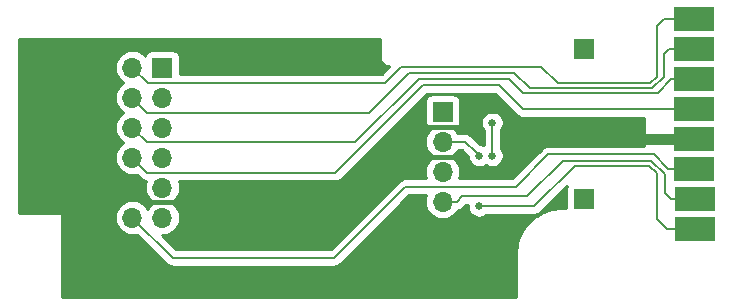
<source format=gbl>
G04 #@! TF.GenerationSoftware,KiCad,Pcbnew,(5.1.4)-1*
G04 #@! TF.CreationDate,2020-08-19T00:59:48+01:00*
G04 #@! TF.ProjectId,buffer,62756666-6572-42e6-9b69-6361645f7063,rev?*
G04 #@! TF.SameCoordinates,Original*
G04 #@! TF.FileFunction,Copper,L2,Bot*
G04 #@! TF.FilePolarity,Positive*
%FSLAX46Y46*%
G04 Gerber Fmt 4.6, Leading zero omitted, Abs format (unit mm)*
G04 Created by KiCad (PCBNEW (5.1.4)-1) date 2020-08-19 00:59:48*
%MOMM*%
%LPD*%
G04 APERTURE LIST*
%ADD10O,1.700000X1.700000*%
%ADD11R,1.700000X1.700000*%
%ADD12R,3.500000X2.000000*%
%ADD13C,0.762000*%
%ADD14C,0.660400*%
%ADD15C,0.381000*%
%ADD16C,0.635000*%
%ADD17C,0.889000*%
%ADD18C,0.203200*%
%ADD19C,0.254000*%
G04 APERTURE END LIST*
D10*
X64077400Y-45730160D03*
X64077400Y-43190160D03*
X64077400Y-40650160D03*
D11*
X64077400Y-38110160D03*
X76033180Y-45504100D03*
X40353800Y-34376360D03*
D10*
X37813800Y-34376360D03*
X40353800Y-36916360D03*
X37813800Y-36916360D03*
X40353800Y-39456360D03*
X37813800Y-39456360D03*
X40353800Y-41996360D03*
X37813800Y-41996360D03*
X40353800Y-44536360D03*
X37813800Y-44536360D03*
X40353800Y-47076360D03*
X37813800Y-47076360D03*
D11*
X76040800Y-32801560D03*
D12*
X85400200Y-42959160D03*
X85400200Y-40419160D03*
X85400200Y-37879160D03*
X85400200Y-35339160D03*
X85400200Y-32779160D03*
X85400200Y-30239160D03*
X85410200Y-45509160D03*
X85410200Y-48049160D03*
D13*
X47016220Y-49232820D03*
X44463520Y-49230280D03*
X45738600Y-49230280D03*
X68395400Y-47711360D03*
X68395398Y-43215561D03*
D14*
X67176200Y-46111160D03*
X67201600Y-41843956D03*
X68293798Y-41818560D03*
X68293800Y-39024554D03*
D15*
X37813800Y-44536360D02*
X39057501Y-45780061D01*
X47016220Y-45890180D02*
X47126339Y-45780061D01*
X47016220Y-49232820D02*
X47016220Y-45890180D01*
X39057501Y-45780061D02*
X44466959Y-45780061D01*
X44466959Y-45780061D02*
X44466959Y-49226841D01*
X44466959Y-49226841D02*
X44463520Y-49230280D01*
X44466959Y-45780061D02*
X45737701Y-45780061D01*
X45737701Y-45780061D02*
X47126339Y-45780061D01*
X45737701Y-45780061D02*
X45737701Y-49229381D01*
X45737701Y-49229381D02*
X45738600Y-49230280D01*
X47016220Y-45890180D02*
X54849580Y-45890180D01*
D16*
X77742600Y-39557960D02*
X69436800Y-39557960D01*
X78603800Y-40419160D02*
X77742600Y-39557960D01*
D15*
X54849580Y-45890180D02*
X58895800Y-41843960D01*
D17*
X85400200Y-40419160D02*
X78603800Y-40419160D01*
D15*
X58895800Y-41843960D02*
X58997400Y-41945560D01*
X58997400Y-41945560D02*
X65347400Y-41945560D01*
X69436800Y-42174159D02*
X68725597Y-42885362D01*
X68725597Y-42885362D02*
X68395398Y-43215561D01*
X69436800Y-39557960D02*
X69436800Y-42174159D01*
X67928425Y-43215561D02*
X68395398Y-43215561D01*
X66617401Y-43215561D02*
X67928425Y-43215561D01*
X65347400Y-41945560D02*
X66617401Y-43215561D01*
X61333301Y-39406459D02*
X65727501Y-39406459D01*
X58895800Y-41843960D02*
X61333301Y-39406459D01*
X65727501Y-39406459D02*
X67100000Y-38033960D01*
X67100000Y-38033960D02*
X68903400Y-38033960D01*
X68903400Y-38033960D02*
X69436800Y-38567360D01*
X69436800Y-38567360D02*
X69436800Y-39557960D01*
X37813800Y-44536360D02*
X35350000Y-47000160D01*
X68065201Y-48041559D02*
X68395400Y-47711360D01*
X64128200Y-51978560D02*
X68065201Y-48041559D01*
X38067800Y-51978560D02*
X64128200Y-51978560D01*
X35350000Y-49260760D02*
X38067800Y-51978560D01*
X35350000Y-47000160D02*
X35350000Y-49260760D01*
D18*
X82845000Y-30239160D02*
X85400200Y-30239160D01*
X81679600Y-35697160D02*
X82213000Y-35163760D01*
X39109200Y-35671760D02*
X59226000Y-35671760D01*
X37813800Y-34376360D02*
X39109200Y-35671760D01*
X82213000Y-35163760D02*
X82213000Y-30871160D01*
X59226000Y-35671760D02*
X60597600Y-34300160D01*
X60597600Y-34300160D02*
X72434000Y-34300160D01*
X82213000Y-30871160D02*
X82845000Y-30239160D01*
X72434000Y-34300160D02*
X73831000Y-35697160D01*
X73831000Y-35697160D02*
X81679600Y-35697160D01*
X83226000Y-32779160D02*
X85400200Y-32779160D01*
X81847940Y-36103571D02*
X82822600Y-35128911D01*
X73662660Y-36103571D02*
X81847940Y-36103571D01*
X82822600Y-33182560D02*
X83226000Y-32779160D01*
X39083800Y-38186360D02*
X57829000Y-38186360D01*
X82822600Y-35128911D02*
X82822600Y-33182560D01*
X37813800Y-36916360D02*
X39083800Y-38186360D01*
X57829000Y-38186360D02*
X61207200Y-34808160D01*
X61207200Y-34808160D02*
X70162360Y-34808160D01*
X70162360Y-34808160D02*
X71457770Y-36103570D01*
X71457770Y-36103570D02*
X73662660Y-36103571D01*
X83447000Y-35339160D02*
X85400200Y-35339160D01*
X82276181Y-36509979D02*
X83447000Y-35339160D01*
X39058400Y-40700960D02*
X56686000Y-40700960D01*
X37813800Y-39456360D02*
X39058400Y-40700960D01*
X56686000Y-40700960D02*
X62070800Y-35316160D01*
X62070800Y-35316160D02*
X69716200Y-35316160D01*
X69716200Y-35316160D02*
X70910019Y-36509979D01*
X70910019Y-36509979D02*
X82276181Y-36509979D01*
X70856800Y-37879160D02*
X85400200Y-37879160D01*
X68827200Y-35849560D02*
X70856800Y-37879160D01*
X62426400Y-35849560D02*
X68827200Y-35849560D01*
X55009600Y-43266360D02*
X62426400Y-35849560D01*
X37813800Y-41996360D02*
X39083800Y-43266360D01*
X39083800Y-43266360D02*
X55009600Y-43266360D01*
X83447000Y-42959160D02*
X85400200Y-42959160D01*
X83201200Y-42959160D02*
X83447000Y-42959160D01*
X81959000Y-41716960D02*
X83201200Y-42959160D01*
X41217400Y-50479960D02*
X54908000Y-50479960D01*
X37813800Y-47076360D02*
X41217400Y-50479960D01*
X54908000Y-50479960D02*
X60927800Y-44460160D01*
X60927800Y-44460160D02*
X70300400Y-44460160D01*
X70300400Y-44460160D02*
X73043600Y-41716960D01*
X73043600Y-41716960D02*
X81959000Y-41716960D01*
X64077400Y-45730160D02*
X65279481Y-45730160D01*
X65279481Y-45730160D02*
X65762066Y-45247575D01*
X71265585Y-45247575D02*
X74237411Y-42275749D01*
X65762066Y-45247575D02*
X71265585Y-45247575D01*
X74237411Y-42275749D02*
X81746340Y-42275749D01*
X81746340Y-42275749D02*
X82873400Y-43402809D01*
X82873400Y-43402809D02*
X82873400Y-44993560D01*
X82873400Y-44993560D02*
X83389000Y-45509160D01*
X83389000Y-45509160D02*
X85410200Y-45509160D01*
X66871401Y-41513757D02*
X67201600Y-41843956D01*
X64077400Y-40650160D02*
X66007804Y-40650160D01*
X66007804Y-40650160D02*
X66871401Y-41513757D01*
X67643173Y-46111160D02*
X67176200Y-46111160D01*
X71824400Y-46111160D02*
X67643173Y-46111160D01*
X83084200Y-48049160D02*
X82212990Y-47177950D01*
X85410200Y-48049160D02*
X83084200Y-48049160D01*
X82212990Y-47177950D02*
X82212990Y-43317150D01*
X82212990Y-43317150D02*
X81578000Y-42682160D01*
X81578000Y-42682160D02*
X75253400Y-42682160D01*
X75253400Y-42682160D02*
X71824400Y-46111160D01*
X68293800Y-39024554D02*
X68293800Y-41818558D01*
X68293800Y-41818558D02*
X68293798Y-41818560D01*
D19*
G36*
X58795001Y-32793303D02*
G01*
X58795000Y-32793313D01*
X58795000Y-33555313D01*
X58791686Y-33588960D01*
X58804912Y-33723243D01*
X58844081Y-33852366D01*
X58907688Y-33971367D01*
X58993289Y-34075671D01*
X59090878Y-34155761D01*
X59097593Y-34161272D01*
X59216594Y-34224879D01*
X59345717Y-34264048D01*
X59480000Y-34277274D01*
X59513647Y-34273960D01*
X59582091Y-34273960D01*
X58920891Y-34935160D01*
X41841872Y-34935160D01*
X41841872Y-33526360D01*
X41829612Y-33401878D01*
X41793302Y-33282180D01*
X41734337Y-33171866D01*
X41654985Y-33075175D01*
X41558294Y-32995823D01*
X41447980Y-32936858D01*
X41328282Y-32900548D01*
X41203800Y-32888288D01*
X39503800Y-32888288D01*
X39379318Y-32900548D01*
X39259620Y-32936858D01*
X39149306Y-32995823D01*
X39052615Y-33075175D01*
X38973263Y-33171866D01*
X38914298Y-33282180D01*
X38893407Y-33351047D01*
X38868934Y-33321226D01*
X38642814Y-33135654D01*
X38384834Y-32997761D01*
X38104911Y-32912847D01*
X37886750Y-32891360D01*
X37740850Y-32891360D01*
X37522689Y-32912847D01*
X37242766Y-32997761D01*
X36984786Y-33135654D01*
X36758666Y-33321226D01*
X36573094Y-33547346D01*
X36435201Y-33805326D01*
X36350287Y-34085249D01*
X36321615Y-34376360D01*
X36350287Y-34667471D01*
X36435201Y-34947394D01*
X36573094Y-35205374D01*
X36758666Y-35431494D01*
X36984786Y-35617066D01*
X37039591Y-35646360D01*
X36984786Y-35675654D01*
X36758666Y-35861226D01*
X36573094Y-36087346D01*
X36435201Y-36345326D01*
X36350287Y-36625249D01*
X36321615Y-36916360D01*
X36350287Y-37207471D01*
X36435201Y-37487394D01*
X36573094Y-37745374D01*
X36758666Y-37971494D01*
X36984786Y-38157066D01*
X37039591Y-38186360D01*
X36984786Y-38215654D01*
X36758666Y-38401226D01*
X36573094Y-38627346D01*
X36435201Y-38885326D01*
X36350287Y-39165249D01*
X36321615Y-39456360D01*
X36350287Y-39747471D01*
X36435201Y-40027394D01*
X36573094Y-40285374D01*
X36758666Y-40511494D01*
X36984786Y-40697066D01*
X37039591Y-40726360D01*
X36984786Y-40755654D01*
X36758666Y-40941226D01*
X36573094Y-41167346D01*
X36435201Y-41425326D01*
X36350287Y-41705249D01*
X36321615Y-41996360D01*
X36350287Y-42287471D01*
X36435201Y-42567394D01*
X36573094Y-42825374D01*
X36758666Y-43051494D01*
X36984786Y-43237066D01*
X37242766Y-43374959D01*
X37522689Y-43459873D01*
X37740850Y-43481360D01*
X37886750Y-43481360D01*
X38104911Y-43459873D01*
X38205185Y-43429455D01*
X38537359Y-43761629D01*
X38560425Y-43789735D01*
X38672587Y-43881784D01*
X38800551Y-43950182D01*
X38939401Y-43992302D01*
X38966217Y-43994943D01*
X38890287Y-44245249D01*
X38861615Y-44536360D01*
X38890287Y-44827471D01*
X38975201Y-45107394D01*
X39113094Y-45365374D01*
X39298666Y-45591494D01*
X39524786Y-45777066D01*
X39579591Y-45806360D01*
X39524786Y-45835654D01*
X39298666Y-46021226D01*
X39113094Y-46247346D01*
X39083800Y-46302151D01*
X39054506Y-46247346D01*
X38868934Y-46021226D01*
X38642814Y-45835654D01*
X38384834Y-45697761D01*
X38104911Y-45612847D01*
X37886750Y-45591360D01*
X37740850Y-45591360D01*
X37522689Y-45612847D01*
X37242766Y-45697761D01*
X36984786Y-45835654D01*
X36758666Y-46021226D01*
X36573094Y-46247346D01*
X36435201Y-46505326D01*
X36350287Y-46785249D01*
X36321615Y-47076360D01*
X36350287Y-47367471D01*
X36435201Y-47647394D01*
X36573094Y-47905374D01*
X36758666Y-48131494D01*
X36984786Y-48317066D01*
X37242766Y-48454959D01*
X37522689Y-48539873D01*
X37740850Y-48561360D01*
X37886750Y-48561360D01*
X38104911Y-48539873D01*
X38205186Y-48509455D01*
X40670959Y-50975229D01*
X40694025Y-51003335D01*
X40806187Y-51095384D01*
X40934151Y-51163782D01*
X41073001Y-51205902D01*
X41181214Y-51216560D01*
X41181223Y-51216560D01*
X41217399Y-51220123D01*
X41253575Y-51216560D01*
X54871817Y-51216560D01*
X54908000Y-51220124D01*
X54944183Y-51216560D01*
X54944186Y-51216560D01*
X55052399Y-51205902D01*
X55191249Y-51163782D01*
X55319213Y-51095384D01*
X55431375Y-51003335D01*
X55454446Y-50975223D01*
X61232910Y-45196760D01*
X62687385Y-45196760D01*
X62613887Y-45439049D01*
X62585215Y-45730160D01*
X62613887Y-46021271D01*
X62698801Y-46301194D01*
X62836694Y-46559174D01*
X63022266Y-46785294D01*
X63248386Y-46970866D01*
X63506366Y-47108759D01*
X63786289Y-47193673D01*
X64004450Y-47215160D01*
X64150350Y-47215160D01*
X64368511Y-47193673D01*
X64648434Y-47108759D01*
X64906414Y-46970866D01*
X65132534Y-46785294D01*
X65318106Y-46559174D01*
X65370383Y-46461371D01*
X65423880Y-46456102D01*
X65562730Y-46413982D01*
X65690694Y-46345584D01*
X65802856Y-46253535D01*
X65825927Y-46225423D01*
X66067175Y-45984175D01*
X66217349Y-45984175D01*
X66211000Y-46016096D01*
X66211000Y-46206224D01*
X66248092Y-46392698D01*
X66320851Y-46568354D01*
X66426480Y-46726439D01*
X66560921Y-46860880D01*
X66719006Y-46966509D01*
X66894662Y-47039268D01*
X67081136Y-47076360D01*
X67271264Y-47076360D01*
X67457738Y-47039268D01*
X67633394Y-46966509D01*
X67791479Y-46860880D01*
X67804599Y-46847760D01*
X71788217Y-46847760D01*
X71824400Y-46851324D01*
X71860583Y-46847760D01*
X71860586Y-46847760D01*
X71968799Y-46837102D01*
X72107649Y-46794982D01*
X72235613Y-46726584D01*
X72347775Y-46634535D01*
X72370846Y-46606423D01*
X74623911Y-44353358D01*
X74593678Y-44409920D01*
X74557368Y-44529618D01*
X74545108Y-44654100D01*
X74545108Y-46289760D01*
X74137394Y-46289760D01*
X74066810Y-46289423D01*
X74034205Y-46292463D01*
X74001456Y-46292234D01*
X73991938Y-46293168D01*
X73395320Y-46355874D01*
X73334509Y-46368357D01*
X73273518Y-46379992D01*
X73264362Y-46382756D01*
X72691286Y-46560153D01*
X72634032Y-46584221D01*
X72576488Y-46607470D01*
X72568043Y-46611960D01*
X72040338Y-46897289D01*
X71988881Y-46931997D01*
X71936917Y-46966002D01*
X71929505Y-46972047D01*
X71467271Y-47354441D01*
X71423524Y-47398494D01*
X71379167Y-47441932D01*
X71373070Y-47449302D01*
X70993913Y-47914194D01*
X70959557Y-47965905D01*
X70924480Y-48017133D01*
X70919934Y-48025542D01*
X70919931Y-48025546D01*
X70919931Y-48025547D01*
X70638293Y-48555231D01*
X70614639Y-48612620D01*
X70590176Y-48669696D01*
X70587348Y-48678833D01*
X70413957Y-49253133D01*
X70401900Y-49314026D01*
X70388990Y-49374763D01*
X70387990Y-49384275D01*
X70329450Y-49981316D01*
X70329450Y-49981327D01*
X70326178Y-50014578D01*
X70326536Y-53808160D01*
X31847340Y-53808160D01*
X31847340Y-46796960D01*
X31844900Y-46772184D01*
X31837673Y-46748359D01*
X31825937Y-46726403D01*
X31810143Y-46707157D01*
X31790897Y-46691363D01*
X31768941Y-46679627D01*
X31745116Y-46672400D01*
X31720340Y-46669960D01*
X28211800Y-46669960D01*
X28211800Y-31987960D01*
X58795000Y-31987960D01*
X58795001Y-32793303D01*
X58795001Y-32793303D01*
G37*
X58795001Y-32793303D02*
X58795000Y-32793313D01*
X58795000Y-33555313D01*
X58791686Y-33588960D01*
X58804912Y-33723243D01*
X58844081Y-33852366D01*
X58907688Y-33971367D01*
X58993289Y-34075671D01*
X59090878Y-34155761D01*
X59097593Y-34161272D01*
X59216594Y-34224879D01*
X59345717Y-34264048D01*
X59480000Y-34277274D01*
X59513647Y-34273960D01*
X59582091Y-34273960D01*
X58920891Y-34935160D01*
X41841872Y-34935160D01*
X41841872Y-33526360D01*
X41829612Y-33401878D01*
X41793302Y-33282180D01*
X41734337Y-33171866D01*
X41654985Y-33075175D01*
X41558294Y-32995823D01*
X41447980Y-32936858D01*
X41328282Y-32900548D01*
X41203800Y-32888288D01*
X39503800Y-32888288D01*
X39379318Y-32900548D01*
X39259620Y-32936858D01*
X39149306Y-32995823D01*
X39052615Y-33075175D01*
X38973263Y-33171866D01*
X38914298Y-33282180D01*
X38893407Y-33351047D01*
X38868934Y-33321226D01*
X38642814Y-33135654D01*
X38384834Y-32997761D01*
X38104911Y-32912847D01*
X37886750Y-32891360D01*
X37740850Y-32891360D01*
X37522689Y-32912847D01*
X37242766Y-32997761D01*
X36984786Y-33135654D01*
X36758666Y-33321226D01*
X36573094Y-33547346D01*
X36435201Y-33805326D01*
X36350287Y-34085249D01*
X36321615Y-34376360D01*
X36350287Y-34667471D01*
X36435201Y-34947394D01*
X36573094Y-35205374D01*
X36758666Y-35431494D01*
X36984786Y-35617066D01*
X37039591Y-35646360D01*
X36984786Y-35675654D01*
X36758666Y-35861226D01*
X36573094Y-36087346D01*
X36435201Y-36345326D01*
X36350287Y-36625249D01*
X36321615Y-36916360D01*
X36350287Y-37207471D01*
X36435201Y-37487394D01*
X36573094Y-37745374D01*
X36758666Y-37971494D01*
X36984786Y-38157066D01*
X37039591Y-38186360D01*
X36984786Y-38215654D01*
X36758666Y-38401226D01*
X36573094Y-38627346D01*
X36435201Y-38885326D01*
X36350287Y-39165249D01*
X36321615Y-39456360D01*
X36350287Y-39747471D01*
X36435201Y-40027394D01*
X36573094Y-40285374D01*
X36758666Y-40511494D01*
X36984786Y-40697066D01*
X37039591Y-40726360D01*
X36984786Y-40755654D01*
X36758666Y-40941226D01*
X36573094Y-41167346D01*
X36435201Y-41425326D01*
X36350287Y-41705249D01*
X36321615Y-41996360D01*
X36350287Y-42287471D01*
X36435201Y-42567394D01*
X36573094Y-42825374D01*
X36758666Y-43051494D01*
X36984786Y-43237066D01*
X37242766Y-43374959D01*
X37522689Y-43459873D01*
X37740850Y-43481360D01*
X37886750Y-43481360D01*
X38104911Y-43459873D01*
X38205185Y-43429455D01*
X38537359Y-43761629D01*
X38560425Y-43789735D01*
X38672587Y-43881784D01*
X38800551Y-43950182D01*
X38939401Y-43992302D01*
X38966217Y-43994943D01*
X38890287Y-44245249D01*
X38861615Y-44536360D01*
X38890287Y-44827471D01*
X38975201Y-45107394D01*
X39113094Y-45365374D01*
X39298666Y-45591494D01*
X39524786Y-45777066D01*
X39579591Y-45806360D01*
X39524786Y-45835654D01*
X39298666Y-46021226D01*
X39113094Y-46247346D01*
X39083800Y-46302151D01*
X39054506Y-46247346D01*
X38868934Y-46021226D01*
X38642814Y-45835654D01*
X38384834Y-45697761D01*
X38104911Y-45612847D01*
X37886750Y-45591360D01*
X37740850Y-45591360D01*
X37522689Y-45612847D01*
X37242766Y-45697761D01*
X36984786Y-45835654D01*
X36758666Y-46021226D01*
X36573094Y-46247346D01*
X36435201Y-46505326D01*
X36350287Y-46785249D01*
X36321615Y-47076360D01*
X36350287Y-47367471D01*
X36435201Y-47647394D01*
X36573094Y-47905374D01*
X36758666Y-48131494D01*
X36984786Y-48317066D01*
X37242766Y-48454959D01*
X37522689Y-48539873D01*
X37740850Y-48561360D01*
X37886750Y-48561360D01*
X38104911Y-48539873D01*
X38205186Y-48509455D01*
X40670959Y-50975229D01*
X40694025Y-51003335D01*
X40806187Y-51095384D01*
X40934151Y-51163782D01*
X41073001Y-51205902D01*
X41181214Y-51216560D01*
X41181223Y-51216560D01*
X41217399Y-51220123D01*
X41253575Y-51216560D01*
X54871817Y-51216560D01*
X54908000Y-51220124D01*
X54944183Y-51216560D01*
X54944186Y-51216560D01*
X55052399Y-51205902D01*
X55191249Y-51163782D01*
X55319213Y-51095384D01*
X55431375Y-51003335D01*
X55454446Y-50975223D01*
X61232910Y-45196760D01*
X62687385Y-45196760D01*
X62613887Y-45439049D01*
X62585215Y-45730160D01*
X62613887Y-46021271D01*
X62698801Y-46301194D01*
X62836694Y-46559174D01*
X63022266Y-46785294D01*
X63248386Y-46970866D01*
X63506366Y-47108759D01*
X63786289Y-47193673D01*
X64004450Y-47215160D01*
X64150350Y-47215160D01*
X64368511Y-47193673D01*
X64648434Y-47108759D01*
X64906414Y-46970866D01*
X65132534Y-46785294D01*
X65318106Y-46559174D01*
X65370383Y-46461371D01*
X65423880Y-46456102D01*
X65562730Y-46413982D01*
X65690694Y-46345584D01*
X65802856Y-46253535D01*
X65825927Y-46225423D01*
X66067175Y-45984175D01*
X66217349Y-45984175D01*
X66211000Y-46016096D01*
X66211000Y-46206224D01*
X66248092Y-46392698D01*
X66320851Y-46568354D01*
X66426480Y-46726439D01*
X66560921Y-46860880D01*
X66719006Y-46966509D01*
X66894662Y-47039268D01*
X67081136Y-47076360D01*
X67271264Y-47076360D01*
X67457738Y-47039268D01*
X67633394Y-46966509D01*
X67791479Y-46860880D01*
X67804599Y-46847760D01*
X71788217Y-46847760D01*
X71824400Y-46851324D01*
X71860583Y-46847760D01*
X71860586Y-46847760D01*
X71968799Y-46837102D01*
X72107649Y-46794982D01*
X72235613Y-46726584D01*
X72347775Y-46634535D01*
X72370846Y-46606423D01*
X74623911Y-44353358D01*
X74593678Y-44409920D01*
X74557368Y-44529618D01*
X74545108Y-44654100D01*
X74545108Y-46289760D01*
X74137394Y-46289760D01*
X74066810Y-46289423D01*
X74034205Y-46292463D01*
X74001456Y-46292234D01*
X73991938Y-46293168D01*
X73395320Y-46355874D01*
X73334509Y-46368357D01*
X73273518Y-46379992D01*
X73264362Y-46382756D01*
X72691286Y-46560153D01*
X72634032Y-46584221D01*
X72576488Y-46607470D01*
X72568043Y-46611960D01*
X72040338Y-46897289D01*
X71988881Y-46931997D01*
X71936917Y-46966002D01*
X71929505Y-46972047D01*
X71467271Y-47354441D01*
X71423524Y-47398494D01*
X71379167Y-47441932D01*
X71373070Y-47449302D01*
X70993913Y-47914194D01*
X70959557Y-47965905D01*
X70924480Y-48017133D01*
X70919934Y-48025542D01*
X70919931Y-48025546D01*
X70919931Y-48025547D01*
X70638293Y-48555231D01*
X70614639Y-48612620D01*
X70590176Y-48669696D01*
X70587348Y-48678833D01*
X70413957Y-49253133D01*
X70401900Y-49314026D01*
X70388990Y-49374763D01*
X70387990Y-49384275D01*
X70329450Y-49981316D01*
X70329450Y-49981327D01*
X70326178Y-50014578D01*
X70326536Y-53808160D01*
X31847340Y-53808160D01*
X31847340Y-46796960D01*
X31844900Y-46772184D01*
X31837673Y-46748359D01*
X31825937Y-46726403D01*
X31810143Y-46707157D01*
X31790897Y-46691363D01*
X31768941Y-46679627D01*
X31745116Y-46672400D01*
X31720340Y-46669960D01*
X28211800Y-46669960D01*
X28211800Y-31987960D01*
X58795000Y-31987960D01*
X58795001Y-32793303D01*
G36*
X70310359Y-38374429D02*
G01*
X70333425Y-38402535D01*
X70445587Y-38494584D01*
X70573551Y-38562982D01*
X70712401Y-38605102D01*
X70856800Y-38619324D01*
X70892986Y-38615760D01*
X81151280Y-38615760D01*
X81151280Y-40980360D01*
X73079786Y-40980360D01*
X73043600Y-40976796D01*
X73007414Y-40980360D01*
X72899201Y-40991018D01*
X72760351Y-41033138D01*
X72632387Y-41101536D01*
X72520225Y-41193585D01*
X72497159Y-41221691D01*
X69995291Y-43723560D01*
X65467415Y-43723560D01*
X65540913Y-43481271D01*
X65569585Y-43190160D01*
X65540913Y-42899049D01*
X65455999Y-42619126D01*
X65318106Y-42361146D01*
X65132534Y-42135026D01*
X64906414Y-41949454D01*
X64851609Y-41920160D01*
X64906414Y-41890866D01*
X65132534Y-41705294D01*
X65318106Y-41479174D01*
X65367502Y-41386760D01*
X65702695Y-41386760D01*
X66236400Y-41920466D01*
X66236400Y-41939020D01*
X66273492Y-42125494D01*
X66346251Y-42301150D01*
X66451880Y-42459235D01*
X66586321Y-42593676D01*
X66744406Y-42699305D01*
X66920062Y-42772064D01*
X67106536Y-42809156D01*
X67296664Y-42809156D01*
X67483138Y-42772064D01*
X67658794Y-42699305D01*
X67766703Y-42627203D01*
X67836604Y-42673909D01*
X68012260Y-42746668D01*
X68198734Y-42783760D01*
X68388862Y-42783760D01*
X68575336Y-42746668D01*
X68750992Y-42673909D01*
X68909077Y-42568280D01*
X69043518Y-42433839D01*
X69149147Y-42275754D01*
X69221906Y-42100098D01*
X69258998Y-41913624D01*
X69258998Y-41723496D01*
X69221906Y-41537022D01*
X69149147Y-41361366D01*
X69043518Y-41203281D01*
X69030400Y-41190163D01*
X69030400Y-39652953D01*
X69043520Y-39639833D01*
X69149149Y-39481748D01*
X69221908Y-39306092D01*
X69259000Y-39119618D01*
X69259000Y-38929490D01*
X69221908Y-38743016D01*
X69149149Y-38567360D01*
X69043520Y-38409275D01*
X68909079Y-38274834D01*
X68750994Y-38169205D01*
X68575338Y-38096446D01*
X68388864Y-38059354D01*
X68198736Y-38059354D01*
X68012262Y-38096446D01*
X67836606Y-38169205D01*
X67678521Y-38274834D01*
X67544080Y-38409275D01*
X67438451Y-38567360D01*
X67365692Y-38743016D01*
X67328600Y-38929490D01*
X67328600Y-39119618D01*
X67365692Y-39306092D01*
X67438451Y-39481748D01*
X67544080Y-39639833D01*
X67557200Y-39652953D01*
X67557201Y-40946526D01*
X67483138Y-40915848D01*
X67296664Y-40878756D01*
X67278110Y-40878756D01*
X66554249Y-40154896D01*
X66531179Y-40126785D01*
X66419017Y-40034736D01*
X66291053Y-39966338D01*
X66152203Y-39924218D01*
X66043990Y-39913560D01*
X66043987Y-39913560D01*
X66007804Y-39909996D01*
X65971621Y-39913560D01*
X65367502Y-39913560D01*
X65318106Y-39821146D01*
X65132534Y-39595026D01*
X65102713Y-39570553D01*
X65171580Y-39549662D01*
X65281894Y-39490697D01*
X65378585Y-39411345D01*
X65457937Y-39314654D01*
X65516902Y-39204340D01*
X65553212Y-39084642D01*
X65565472Y-38960160D01*
X65565472Y-37260160D01*
X65553212Y-37135678D01*
X65516902Y-37015980D01*
X65457937Y-36905666D01*
X65378585Y-36808975D01*
X65281894Y-36729623D01*
X65171580Y-36670658D01*
X65051882Y-36634348D01*
X64927400Y-36622088D01*
X63227400Y-36622088D01*
X63102918Y-36634348D01*
X62983220Y-36670658D01*
X62872906Y-36729623D01*
X62776215Y-36808975D01*
X62696863Y-36905666D01*
X62637898Y-37015980D01*
X62601588Y-37135678D01*
X62589328Y-37260160D01*
X62589328Y-38960160D01*
X62601588Y-39084642D01*
X62637898Y-39204340D01*
X62696863Y-39314654D01*
X62776215Y-39411345D01*
X62872906Y-39490697D01*
X62983220Y-39549662D01*
X63052087Y-39570553D01*
X63022266Y-39595026D01*
X62836694Y-39821146D01*
X62698801Y-40079126D01*
X62613887Y-40359049D01*
X62585215Y-40650160D01*
X62613887Y-40941271D01*
X62698801Y-41221194D01*
X62836694Y-41479174D01*
X63022266Y-41705294D01*
X63248386Y-41890866D01*
X63303191Y-41920160D01*
X63248386Y-41949454D01*
X63022266Y-42135026D01*
X62836694Y-42361146D01*
X62698801Y-42619126D01*
X62613887Y-42899049D01*
X62585215Y-43190160D01*
X62613887Y-43481271D01*
X62687385Y-43723560D01*
X60963986Y-43723560D01*
X60927800Y-43719996D01*
X60891614Y-43723560D01*
X60783401Y-43734218D01*
X60644551Y-43776338D01*
X60516587Y-43844736D01*
X60404425Y-43936785D01*
X60381359Y-43964891D01*
X54602891Y-49743360D01*
X41522510Y-49743360D01*
X40340510Y-48561360D01*
X40426750Y-48561360D01*
X40644911Y-48539873D01*
X40924834Y-48454959D01*
X41182814Y-48317066D01*
X41408934Y-48131494D01*
X41594506Y-47905374D01*
X41732399Y-47647394D01*
X41817313Y-47367471D01*
X41845985Y-47076360D01*
X41817313Y-46785249D01*
X41732399Y-46505326D01*
X41594506Y-46247346D01*
X41408934Y-46021226D01*
X41182814Y-45835654D01*
X41128009Y-45806360D01*
X41182814Y-45777066D01*
X41408934Y-45591494D01*
X41594506Y-45365374D01*
X41732399Y-45107394D01*
X41817313Y-44827471D01*
X41845985Y-44536360D01*
X41817313Y-44245249D01*
X41743815Y-44002960D01*
X54973417Y-44002960D01*
X55009600Y-44006524D01*
X55045783Y-44002960D01*
X55045786Y-44002960D01*
X55153999Y-43992302D01*
X55292849Y-43950182D01*
X55420813Y-43881784D01*
X55532975Y-43789735D01*
X55556046Y-43761623D01*
X62731510Y-36586160D01*
X68522091Y-36586160D01*
X70310359Y-38374429D01*
X70310359Y-38374429D01*
G37*
X70310359Y-38374429D02*
X70333425Y-38402535D01*
X70445587Y-38494584D01*
X70573551Y-38562982D01*
X70712401Y-38605102D01*
X70856800Y-38619324D01*
X70892986Y-38615760D01*
X81151280Y-38615760D01*
X81151280Y-40980360D01*
X73079786Y-40980360D01*
X73043600Y-40976796D01*
X73007414Y-40980360D01*
X72899201Y-40991018D01*
X72760351Y-41033138D01*
X72632387Y-41101536D01*
X72520225Y-41193585D01*
X72497159Y-41221691D01*
X69995291Y-43723560D01*
X65467415Y-43723560D01*
X65540913Y-43481271D01*
X65569585Y-43190160D01*
X65540913Y-42899049D01*
X65455999Y-42619126D01*
X65318106Y-42361146D01*
X65132534Y-42135026D01*
X64906414Y-41949454D01*
X64851609Y-41920160D01*
X64906414Y-41890866D01*
X65132534Y-41705294D01*
X65318106Y-41479174D01*
X65367502Y-41386760D01*
X65702695Y-41386760D01*
X66236400Y-41920466D01*
X66236400Y-41939020D01*
X66273492Y-42125494D01*
X66346251Y-42301150D01*
X66451880Y-42459235D01*
X66586321Y-42593676D01*
X66744406Y-42699305D01*
X66920062Y-42772064D01*
X67106536Y-42809156D01*
X67296664Y-42809156D01*
X67483138Y-42772064D01*
X67658794Y-42699305D01*
X67766703Y-42627203D01*
X67836604Y-42673909D01*
X68012260Y-42746668D01*
X68198734Y-42783760D01*
X68388862Y-42783760D01*
X68575336Y-42746668D01*
X68750992Y-42673909D01*
X68909077Y-42568280D01*
X69043518Y-42433839D01*
X69149147Y-42275754D01*
X69221906Y-42100098D01*
X69258998Y-41913624D01*
X69258998Y-41723496D01*
X69221906Y-41537022D01*
X69149147Y-41361366D01*
X69043518Y-41203281D01*
X69030400Y-41190163D01*
X69030400Y-39652953D01*
X69043520Y-39639833D01*
X69149149Y-39481748D01*
X69221908Y-39306092D01*
X69259000Y-39119618D01*
X69259000Y-38929490D01*
X69221908Y-38743016D01*
X69149149Y-38567360D01*
X69043520Y-38409275D01*
X68909079Y-38274834D01*
X68750994Y-38169205D01*
X68575338Y-38096446D01*
X68388864Y-38059354D01*
X68198736Y-38059354D01*
X68012262Y-38096446D01*
X67836606Y-38169205D01*
X67678521Y-38274834D01*
X67544080Y-38409275D01*
X67438451Y-38567360D01*
X67365692Y-38743016D01*
X67328600Y-38929490D01*
X67328600Y-39119618D01*
X67365692Y-39306092D01*
X67438451Y-39481748D01*
X67544080Y-39639833D01*
X67557200Y-39652953D01*
X67557201Y-40946526D01*
X67483138Y-40915848D01*
X67296664Y-40878756D01*
X67278110Y-40878756D01*
X66554249Y-40154896D01*
X66531179Y-40126785D01*
X66419017Y-40034736D01*
X66291053Y-39966338D01*
X66152203Y-39924218D01*
X66043990Y-39913560D01*
X66043987Y-39913560D01*
X66007804Y-39909996D01*
X65971621Y-39913560D01*
X65367502Y-39913560D01*
X65318106Y-39821146D01*
X65132534Y-39595026D01*
X65102713Y-39570553D01*
X65171580Y-39549662D01*
X65281894Y-39490697D01*
X65378585Y-39411345D01*
X65457937Y-39314654D01*
X65516902Y-39204340D01*
X65553212Y-39084642D01*
X65565472Y-38960160D01*
X65565472Y-37260160D01*
X65553212Y-37135678D01*
X65516902Y-37015980D01*
X65457937Y-36905666D01*
X65378585Y-36808975D01*
X65281894Y-36729623D01*
X65171580Y-36670658D01*
X65051882Y-36634348D01*
X64927400Y-36622088D01*
X63227400Y-36622088D01*
X63102918Y-36634348D01*
X62983220Y-36670658D01*
X62872906Y-36729623D01*
X62776215Y-36808975D01*
X62696863Y-36905666D01*
X62637898Y-37015980D01*
X62601588Y-37135678D01*
X62589328Y-37260160D01*
X62589328Y-38960160D01*
X62601588Y-39084642D01*
X62637898Y-39204340D01*
X62696863Y-39314654D01*
X62776215Y-39411345D01*
X62872906Y-39490697D01*
X62983220Y-39549662D01*
X63052087Y-39570553D01*
X63022266Y-39595026D01*
X62836694Y-39821146D01*
X62698801Y-40079126D01*
X62613887Y-40359049D01*
X62585215Y-40650160D01*
X62613887Y-40941271D01*
X62698801Y-41221194D01*
X62836694Y-41479174D01*
X63022266Y-41705294D01*
X63248386Y-41890866D01*
X63303191Y-41920160D01*
X63248386Y-41949454D01*
X63022266Y-42135026D01*
X62836694Y-42361146D01*
X62698801Y-42619126D01*
X62613887Y-42899049D01*
X62585215Y-43190160D01*
X62613887Y-43481271D01*
X62687385Y-43723560D01*
X60963986Y-43723560D01*
X60927800Y-43719996D01*
X60891614Y-43723560D01*
X60783401Y-43734218D01*
X60644551Y-43776338D01*
X60516587Y-43844736D01*
X60404425Y-43936785D01*
X60381359Y-43964891D01*
X54602891Y-49743360D01*
X41522510Y-49743360D01*
X40340510Y-48561360D01*
X40426750Y-48561360D01*
X40644911Y-48539873D01*
X40924834Y-48454959D01*
X41182814Y-48317066D01*
X41408934Y-48131494D01*
X41594506Y-47905374D01*
X41732399Y-47647394D01*
X41817313Y-47367471D01*
X41845985Y-47076360D01*
X41817313Y-46785249D01*
X41732399Y-46505326D01*
X41594506Y-46247346D01*
X41408934Y-46021226D01*
X41182814Y-45835654D01*
X41128009Y-45806360D01*
X41182814Y-45777066D01*
X41408934Y-45591494D01*
X41594506Y-45365374D01*
X41732399Y-45107394D01*
X41817313Y-44827471D01*
X41845985Y-44536360D01*
X41817313Y-44245249D01*
X41743815Y-44002960D01*
X54973417Y-44002960D01*
X55009600Y-44006524D01*
X55045783Y-44002960D01*
X55045786Y-44002960D01*
X55153999Y-43992302D01*
X55292849Y-43950182D01*
X55420813Y-43881784D01*
X55532975Y-43789735D01*
X55556046Y-43761623D01*
X62731510Y-36586160D01*
X68522091Y-36586160D01*
X70310359Y-38374429D01*
M02*

</source>
